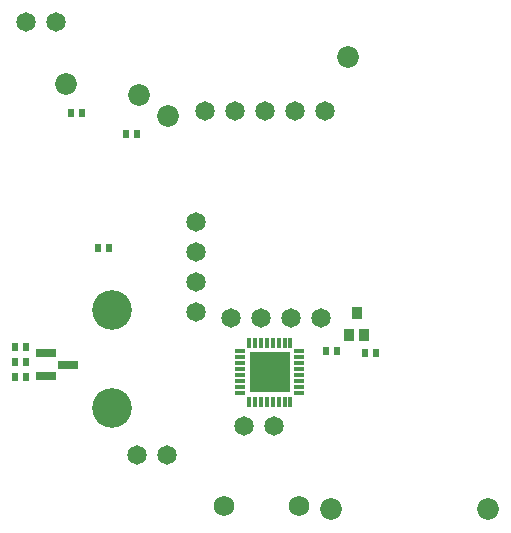
<source format=gbs>
%FSLAX24Y24*%
%MOIN*%
G70*
G01*
G75*
G04 Layer_Color=16711935*
%ADD10C,0.0100*%
%ADD11C,0.0197*%
%ADD12C,0.0197*%
%ADD13C,0.0394*%
%ADD14R,0.0453X0.0551*%
%ADD15R,0.0374X0.0335*%
%ADD16R,0.0217X0.0512*%
%ADD17R,0.1417X0.1417*%
%ADD18O,0.0295X0.0079*%
%ADD19O,0.0079X0.0295*%
%ADD20O,0.0315X0.0157*%
%ADD21R,0.2362X0.1890*%
%ADD22R,0.2598X0.2598*%
%ADD23O,0.0079X0.0315*%
%ADD24O,0.0315X0.0079*%
%ADD25R,0.0157X0.0335*%
%ADD26R,0.0118X0.0193*%
%ADD27R,0.0118X0.0209*%
%ADD28O,0.0098X0.0276*%
%ADD29O,0.0276X0.0098*%
%ADD30R,0.0335X0.0157*%
%ADD31O,0.0217X0.0866*%
%ADD32O,0.0177X0.0532*%
%ADD33R,0.0217X0.0394*%
%ADD34R,0.0157X0.0236*%
%ADD35R,0.0236X0.0157*%
%ADD36R,0.0354X0.0276*%
%ADD37R,0.0354X0.0197*%
%ADD38R,0.0630X0.0551*%
%ADD39R,0.0748X0.0630*%
%ADD40R,0.0157X0.0532*%
%ADD41R,0.0197X0.0354*%
%ADD42R,0.1339X0.0591*%
%ADD43R,0.1378X0.0394*%
%ADD44R,0.0138X0.0394*%
%ADD45R,0.0217X0.0098*%
%ADD46R,0.1024X0.0591*%
%ADD47R,0.0197X0.0315*%
G04:AMPARAMS|DCode=48|XSize=63mil|YSize=98.4mil|CornerRadius=15.7mil|HoleSize=0mil|Usage=FLASHONLY|Rotation=270.000|XOffset=0mil|YOffset=0mil|HoleType=Round|Shape=RoundedRectangle|*
%AMROUNDEDRECTD48*
21,1,0.0630,0.0669,0,0,270.0*
21,1,0.0315,0.0984,0,0,270.0*
1,1,0.0315,-0.0335,-0.0157*
1,1,0.0315,-0.0335,0.0157*
1,1,0.0315,0.0335,0.0157*
1,1,0.0315,0.0335,-0.0157*
%
%ADD48ROUNDEDRECTD48*%
G04:AMPARAMS|DCode=49|XSize=33.5mil|YSize=17.7mil|CornerRadius=4.4mil|HoleSize=0mil|Usage=FLASHONLY|Rotation=270.000|XOffset=0mil|YOffset=0mil|HoleType=Round|Shape=RoundedRectangle|*
%AMROUNDEDRECTD49*
21,1,0.0335,0.0089,0,0,270.0*
21,1,0.0246,0.0177,0,0,270.0*
1,1,0.0089,-0.0044,-0.0123*
1,1,0.0089,-0.0044,0.0123*
1,1,0.0089,0.0044,0.0123*
1,1,0.0089,0.0044,-0.0123*
%
%ADD49ROUNDEDRECTD49*%
%ADD50C,0.0200*%
%ADD51C,0.0150*%
%ADD52C,0.0661*%
%ADD53C,0.0591*%
%ADD54C,0.0591*%
%ADD55C,0.1260*%
%ADD56C,0.0630*%
%ADD57C,0.0270*%
%ADD58C,0.0340*%
%ADD59C,0.0290*%
%ADD60C,0.0300*%
%ADD61R,0.0276X0.0354*%
%ADD62O,0.0315X0.0098*%
%ADD63O,0.0098X0.0315*%
%ADD64R,0.1299X0.1299*%
%ADD65R,0.0591X0.0236*%
%ADD66C,0.0098*%
%ADD67C,0.0157*%
%ADD68C,0.0039*%
%ADD69C,0.0079*%
%ADD70C,0.0047*%
%ADD71C,0.0050*%
%ADD72C,0.0040*%
%ADD73C,0.0060*%
%ADD74R,0.0148X0.0177*%
%ADD75R,0.0551X0.0433*%
%ADD76R,0.0513X0.0611*%
%ADD77R,0.0434X0.0395*%
%ADD78R,0.0277X0.0572*%
%ADD79R,0.1477X0.1477*%
%ADD80O,0.0355X0.0139*%
%ADD81O,0.0139X0.0355*%
%ADD82O,0.0375X0.0217*%
%ADD83R,0.2422X0.1950*%
%ADD84R,0.2658X0.2658*%
%ADD85O,0.0139X0.0375*%
%ADD86O,0.0375X0.0139*%
%ADD87R,0.0217X0.0395*%
%ADD88R,0.0178X0.0253*%
%ADD89R,0.0178X0.0269*%
%ADD90O,0.0158X0.0336*%
%ADD91O,0.0336X0.0158*%
%ADD92R,0.0395X0.0217*%
%ADD93O,0.0277X0.0926*%
%ADD94O,0.0237X0.0592*%
%ADD95R,0.0277X0.0454*%
%ADD96R,0.0217X0.0296*%
%ADD97R,0.0296X0.0217*%
%ADD98R,0.0414X0.0336*%
%ADD99R,0.0414X0.0257*%
%ADD100R,0.0709X0.0630*%
%ADD101R,0.0827X0.0709*%
%ADD102R,0.0236X0.0610*%
%ADD103R,0.0257X0.0414*%
%ADD104R,0.1399X0.0651*%
%ADD105R,0.1438X0.0454*%
%ADD106R,0.0198X0.0454*%
%ADD107R,0.0277X0.0158*%
%ADD108R,0.1084X0.0651*%
%ADD109R,0.0257X0.0375*%
G04:AMPARAMS|DCode=110|XSize=69mil|YSize=104.4mil|CornerRadius=18.7mil|HoleSize=0mil|Usage=FLASHONLY|Rotation=270.000|XOffset=0mil|YOffset=0mil|HoleType=Round|Shape=RoundedRectangle|*
%AMROUNDEDRECTD110*
21,1,0.0690,0.0669,0,0,270.0*
21,1,0.0315,0.1044,0,0,270.0*
1,1,0.0375,-0.0335,-0.0157*
1,1,0.0375,-0.0335,0.0157*
1,1,0.0375,0.0335,0.0157*
1,1,0.0375,0.0335,-0.0157*
%
%ADD110ROUNDEDRECTD110*%
G04:AMPARAMS|DCode=111|XSize=39.5mil|YSize=23.7mil|CornerRadius=7.4mil|HoleSize=0mil|Usage=FLASHONLY|Rotation=270.000|XOffset=0mil|YOffset=0mil|HoleType=Round|Shape=RoundedRectangle|*
%AMROUNDEDRECTD111*
21,1,0.0395,0.0089,0,0,270.0*
21,1,0.0246,0.0237,0,0,270.0*
1,1,0.0149,-0.0044,-0.0123*
1,1,0.0149,-0.0044,0.0123*
1,1,0.0149,0.0044,0.0123*
1,1,0.0149,0.0044,-0.0123*
%
%ADD111ROUNDEDRECTD111*%
%ADD112C,0.0721*%
%ADD113C,0.0651*%
%ADD114C,0.0651*%
%ADD115C,0.1320*%
%ADD116C,0.0690*%
%ADD117R,0.0336X0.0414*%
%ADD118O,0.0375X0.0158*%
%ADD119O,0.0158X0.0375*%
%ADD120R,0.1359X0.1359*%
%ADD121R,0.0651X0.0296*%
D96*
X51873Y20500D02*
D03*
X52227D02*
D03*
X50573Y20550D02*
D03*
X50927D02*
D03*
X43327Y24000D02*
D03*
X42973D02*
D03*
X42073Y28500D02*
D03*
X42427D02*
D03*
X40577Y20700D02*
D03*
X40223D02*
D03*
X40577Y20200D02*
D03*
X40223D02*
D03*
X40577Y19700D02*
D03*
X40223D02*
D03*
X44277Y27800D02*
D03*
X43923D02*
D03*
D112*
X51300Y30360D02*
D03*
X45300Y28400D02*
D03*
X41900Y29450D02*
D03*
X44350Y29100D02*
D03*
X50730Y15270D02*
D03*
X55980Y15290D02*
D03*
D113*
X50400Y21650D02*
D03*
X46250Y24850D02*
D03*
Y21850D02*
D03*
Y22850D02*
D03*
Y23850D02*
D03*
D114*
X47850Y18050D02*
D03*
X48850D02*
D03*
X49400Y21650D02*
D03*
X48400D02*
D03*
X47400D02*
D03*
X46550Y28550D02*
D03*
X47550D02*
D03*
X48550D02*
D03*
X49550D02*
D03*
X50550D02*
D03*
X44270Y17100D02*
D03*
X45270D02*
D03*
X40560Y31510D02*
D03*
X41560D02*
D03*
D115*
X43450Y21934D02*
D03*
Y18666D02*
D03*
D116*
X47190Y15380D02*
D03*
X49690D02*
D03*
D117*
X51600Y21824D02*
D03*
X51344Y21076D02*
D03*
X51856D02*
D03*
D118*
X49684Y20539D02*
D03*
Y20342D02*
D03*
Y20145D02*
D03*
Y19948D02*
D03*
Y19752D02*
D03*
Y19555D02*
D03*
Y19358D02*
D03*
Y19161D02*
D03*
X47716D02*
D03*
Y19358D02*
D03*
Y19555D02*
D03*
Y19752D02*
D03*
Y19948D02*
D03*
Y20145D02*
D03*
Y20342D02*
D03*
Y20539D02*
D03*
D119*
X49389Y18866D02*
D03*
X49192D02*
D03*
X48995D02*
D03*
X48798D02*
D03*
X48602D02*
D03*
X48405D02*
D03*
X48208D02*
D03*
X48011D02*
D03*
Y20834D02*
D03*
X48208D02*
D03*
X48405D02*
D03*
X48602D02*
D03*
X48798D02*
D03*
X48995D02*
D03*
X49192D02*
D03*
X49389D02*
D03*
D120*
X48700Y19850D02*
D03*
D121*
X41974Y20100D02*
D03*
X41226Y20474D02*
D03*
Y19726D02*
D03*
M02*

</source>
